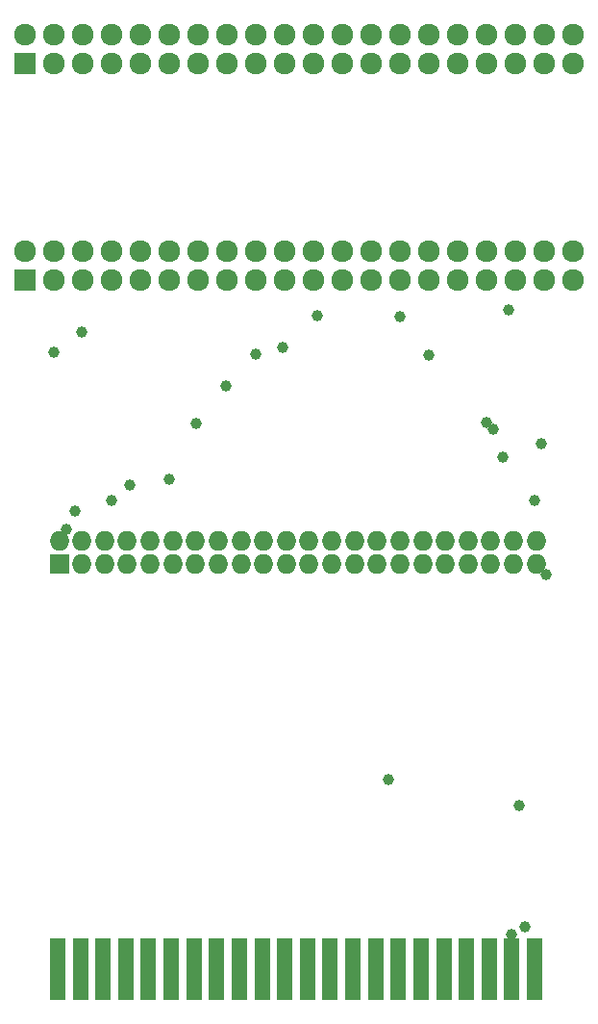
<source format=gbs>
G04 #@! TF.FileFunction,Soldermask,Bot*
%FSLAX46Y46*%
G04 Gerber Fmt 4.6, Leading zero omitted, Abs format (unit mm)*
G04 Created by KiCad (PCBNEW 4.0.2+dfsg1-stable) date Sat 02 Mar 2019 14:04:28 CET*
%MOMM*%
G01*
G04 APERTURE LIST*
%ADD10C,0.100000*%
%ADD11R,1.400000X5.400000*%
%ADD12R,1.920000X1.920000*%
%ADD13C,1.920000*%
%ADD14R,1.750000X1.750000*%
%ADD15O,1.750000X1.750000*%
%ADD16C,1.000000*%
G04 APERTURE END LIST*
D10*
D11*
X128860000Y-133620000D03*
X130860000Y-133620000D03*
X132860000Y-133620000D03*
X134860000Y-133620000D03*
X136860000Y-133620000D03*
X138860000Y-133620000D03*
X140860000Y-133620000D03*
X142860000Y-133620000D03*
X144860000Y-133620000D03*
X146860000Y-133620000D03*
X148860000Y-133620000D03*
X150860000Y-133620000D03*
X152860000Y-133620000D03*
X154860000Y-133620000D03*
X156860000Y-133620000D03*
X158860000Y-133620000D03*
X160860000Y-133620000D03*
X162860000Y-133620000D03*
X164860000Y-133620000D03*
X166860000Y-133620000D03*
X168860000Y-133620000D03*
X170860000Y-133620000D03*
D12*
X126000000Y-73000000D03*
D13*
X126000000Y-70460000D03*
X128540000Y-73000000D03*
X128540000Y-70460000D03*
X131080000Y-73000000D03*
X131080000Y-70460000D03*
X133620000Y-73000000D03*
X133620000Y-70460000D03*
X136160000Y-73000000D03*
X136160000Y-70460000D03*
X138700000Y-73000000D03*
X138700000Y-70460000D03*
X141240000Y-73000000D03*
X141240000Y-70460000D03*
X143780000Y-73000000D03*
X143780000Y-70460000D03*
X146320000Y-73000000D03*
X146320000Y-70460000D03*
X148860000Y-73000000D03*
X148860000Y-70460000D03*
X151400000Y-73000000D03*
X151400000Y-70460000D03*
X153940000Y-73000000D03*
X153940000Y-70460000D03*
X156480000Y-73000000D03*
X156480000Y-70460000D03*
X159020000Y-73000000D03*
X159020000Y-70460000D03*
X161560000Y-73000000D03*
X161560000Y-70460000D03*
X164100000Y-73000000D03*
X164100000Y-70460000D03*
X166640000Y-73000000D03*
X166640000Y-70460000D03*
X169180000Y-73000000D03*
X169180000Y-70460000D03*
X171720000Y-73000000D03*
X171720000Y-70460000D03*
X174260000Y-73000000D03*
X174260000Y-70460000D03*
D12*
X126000000Y-54000000D03*
D13*
X126000000Y-51460000D03*
X128540000Y-54000000D03*
X128540000Y-51460000D03*
X131080000Y-54000000D03*
X131080000Y-51460000D03*
X133620000Y-54000000D03*
X133620000Y-51460000D03*
X136160000Y-54000000D03*
X136160000Y-51460000D03*
X138700000Y-54000000D03*
X138700000Y-51460000D03*
X141240000Y-54000000D03*
X141240000Y-51460000D03*
X143780000Y-54000000D03*
X143780000Y-51460000D03*
X146320000Y-54000000D03*
X146320000Y-51460000D03*
X148860000Y-54000000D03*
X148860000Y-51460000D03*
X151400000Y-54000000D03*
X151400000Y-51460000D03*
X153940000Y-54000000D03*
X153940000Y-51460000D03*
X156480000Y-54000000D03*
X156480000Y-51460000D03*
X159020000Y-54000000D03*
X159020000Y-51460000D03*
X161560000Y-54000000D03*
X161560000Y-51460000D03*
X164100000Y-54000000D03*
X164100000Y-51460000D03*
X166640000Y-54000000D03*
X166640000Y-51460000D03*
X169180000Y-54000000D03*
X169180000Y-51460000D03*
X171720000Y-54000000D03*
X171720000Y-51460000D03*
X174260000Y-54000000D03*
X174260000Y-51460000D03*
D14*
X129000000Y-98000000D03*
D15*
X129000000Y-96000000D03*
X131000000Y-98000000D03*
X131000000Y-96000000D03*
X133000000Y-98000000D03*
X133000000Y-96000000D03*
X135000000Y-98000000D03*
X135000000Y-96000000D03*
X137000000Y-98000000D03*
X137000000Y-96000000D03*
X139000000Y-98000000D03*
X139000000Y-96000000D03*
X141000000Y-98000000D03*
X141000000Y-96000000D03*
X143000000Y-98000000D03*
X143000000Y-96000000D03*
X145000000Y-98000000D03*
X145000000Y-96000000D03*
X147000000Y-98000000D03*
X147000000Y-96000000D03*
X149000000Y-98000000D03*
X149000000Y-96000000D03*
X151000000Y-98000000D03*
X151000000Y-96000000D03*
X153000000Y-98000000D03*
X153000000Y-96000000D03*
X155000000Y-98000000D03*
X155000000Y-96000000D03*
X157000000Y-98000000D03*
X157000000Y-96000000D03*
X159000000Y-98000000D03*
X159000000Y-96000000D03*
X161000000Y-98000000D03*
X161000000Y-96000000D03*
X163000000Y-98000000D03*
X163000000Y-96000000D03*
X165000000Y-98000000D03*
X165000000Y-96000000D03*
X167000000Y-98000000D03*
X167000000Y-96000000D03*
X169000000Y-98000000D03*
X169000000Y-96000000D03*
X171000000Y-98000000D03*
X171000000Y-96000000D03*
D16*
X171833300Y-98888700D03*
X168579700Y-75684400D03*
X129658000Y-94911100D03*
X130366600Y-93357200D03*
X133620000Y-92393900D03*
X135244500Y-91018700D03*
X138645100Y-90533200D03*
X141073000Y-85617400D03*
X143656200Y-82326800D03*
X146309300Y-79573900D03*
X148666600Y-78923500D03*
X151720900Y-76135000D03*
X159020000Y-76231800D03*
X161560000Y-79613200D03*
X157967500Y-116939900D03*
X171461900Y-87429700D03*
X166640000Y-85584300D03*
X168065700Y-88564900D03*
X170889700Y-92448800D03*
X168786600Y-130571000D03*
X170049100Y-129906700D03*
X169482900Y-119279300D03*
X128513000Y-79328400D03*
X131016900Y-77585100D03*
X167251200Y-86123100D03*
M02*

</source>
